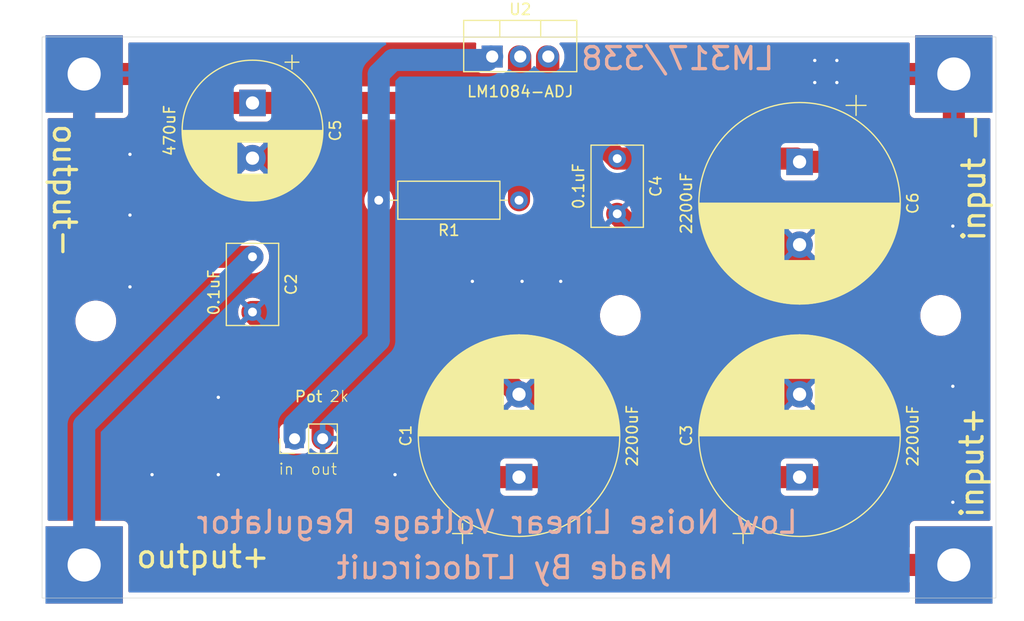
<source format=kicad_pcb>
(kicad_pcb (version 20240108) (generator "pcbnew") (generator_version "8.0")
  (layers (0 "F.Cu" signal) (31 "B.Cu" signal) (34 "B.Paste" user) (35 "F.Paste" user) (36 "B.SilkS" user "B.Silkscreen") (37 "F.SilkS" user "F.Silkscreen") (38 "B.Mask" user) (39 "F.Mask" user) (44 "Edge.Cuts" user))
  (net 0 "")
  (net 1 "DC+")
  (net 2 "out+")
  (net 3 "DC-")
  (net 4 "in pot")
  (footprint "" (layer "F.Cu") (at 179.59389 126.67611)
    (property "Reference" "" (at 0 0 0) (layer "F.SilkS") (effects (font (size 1.27 1.27))))
    (property "Value" "")
    (pad "1" thru_hole rect (at 0 0) (size 7 7) (drill 3) (layers "*.Cu" "*.Mask") (net 1 "DC+"))
  )
  (footprint "Capacitor_THT:C_Rect_L7.2mm_W4.5mm_P5.00mm_FKS2_FKP2_MKS2_MKP2" (layer "F.Cu") (at 116.09389 98.77611 -90)
    (property "Reference" "C2" (at 2.5 -3.5 90) (layer "F.SilkS"))
    (property "Value" "0.1uF" (at 3.22389 3.5 90) (layer "F.SilkS"))
    (pad "1" thru_hole circle (at 0 0 270) (size 1.6 1.6) (drill 0.8) (layers "*.Cu" "*.Mask") (net 2 "out+"))
    (pad "2" thru_hole circle (at 5 0 270) (size 1.6 1.6) (drill 0.8) (layers "*.Cu" "*.Mask") (net 3 "DC-"))
  )
  (footprint "Connector_Wire:SolderWire-0.1sqmm_1x01_D0.4mm_OD1mm" (layer "F.Cu") (at 179.59389 82.22611)
    (property "Reference" "input -" (at 1.81 9.36 90) (layer "F.SilkS") (effects (font (size 2 2) (thickness 0.3))))
    (property "Value" "SolderWire-0.1sqmm_1x01_D0.4mm_OD1mm" (hide yes))
    (pad "1" thru_hole rect (at 0 0) (size 7 7) (drill 3) (layers "*.Cu" "*.Mask") (net 3 "DC-"))
  )
  (footprint "MountingHole:MountingHole_3.2mm_M3_DIN965" (layer "F.Cu") (at 149.40389 104.08611)
    (property "Reference" "REF**" (hide yes))
    (property "Value" "MountingHole_3.2mm_M3_DIN965" (hide yes))
    (pad "" np_thru_hole circle (at 0 0) (size 3.2 3.2) (drill 3.2) (layers "F&B.Cu" "*.Mask"))
  )
  (footprint "" (layer "F.Cu") (at 100.85389 126.67611)
    (property "Reference" "" (at 0 0 0) (layer "F.SilkS") (effects (font (size 1.27 1.27))))
    (property "Value" "")
    (pad "1" thru_hole rect (at 0 0) (size 7 7) (drill 3) (layers "*.Cu" "*.Mask") (net 2 "out+"))
  )
  (footprint "Capacitor_THT:C_Rect_L7.2mm_W4.5mm_P5.00mm_FKS2_FKP2_MKS2_MKP2" (layer "F.Cu") (at 149.11389 89.88611 -90)
    (property "Reference" "C4" (at 2.5 -3.5 90) (layer "F.SilkS"))
    (property "Value" "0.1uF" (at 2.5 3.5 90) (layer "F.SilkS"))
    (pad "1" thru_hole circle (at 0 0 270) (size 1.6 1.6) (drill 0.8) (layers "*.Cu" "*.Mask") (net 1 "DC+"))
    (pad "2" thru_hole circle (at 5 0 270) (size 1.6 1.6) (drill 0.8) (layers "*.Cu" "*.Mask") (net 3 "DC-"))
  )
  (footprint "Package_TO_SOT_THT:TO-220-3_Vertical" (layer "F.Cu") (at 137.795 80.645)
    (property "Reference" "U2" (at 2.54 -4.27 0) (layer "F.SilkS"))
    (property "Value" "LM1084-ADJ" (at 2.54 3.175 0) (layer "F.SilkS"))
    (pad "1" thru_hole rect (at 0 0) (size 1.905 2) (drill 1.1) (layers "*.Cu" "*.Mask") (net 4 "in pot"))
    (pad "2" thru_hole oval (at 2.54 0) (size 1.905 2) (drill 1.1) (layers "*.Cu" "*.Mask") (net 2 "out+"))
    (pad "3" thru_hole oval (at 5.08 0) (size 1.905 2) (drill 1.1) (layers "*.Cu" "*.Mask") (net 1 "DC+"))
  )
  (footprint "MountingHole:MountingHole_3.2mm_M3_DIN965" (layer "F.Cu") (at 101.90389 104.58611)
    (property "Reference" "REF**" (hide yes))
    (property "Value" "MountingHole_3.2mm_M3_DIN965" (hide yes))
    (pad "" np_thru_hole circle (at 0 0) (size 3.2 3.2) (drill 3.2) (layers "F&B.Cu" "*.Mask"))
  )
  (footprint "Capacitor_THT:CP_Radial_D18.0mm_P7.50mm" (layer "F.Cu") (at 165.62389 118.72389 90)
    (property "Reference" "C3" (at 3.75 -10.25 90) (layer "F.SilkS"))
    (property "Value" "2200uF" (at 3.75 10.25 90) (layer "F.SilkS"))
    (pad "1" thru_hole rect (at 0 0 90) (size 2.4 2.4) (drill 1.2) (layers "*.Cu" "*.Mask") (net 1 "DC+"))
    (pad "2" thru_hole circle (at 7.5 0 90) (size 2.4 2.4) (drill 1.2) (layers "*.Cu" "*.Mask") (net 3 "DC-"))
  )
  (footprint "" (layer "F.Cu") (at 100.85389 82.22611)
    (property "Reference" "" (at 0 0 0) (layer "F.SilkS") (effects (font (size 1.27 1.27))))
    (property "Value" "")
    (pad "1" thru_hole rect (at 0 0) (size 7 7) (drill 3) (layers "*.Cu" "*.Mask") (net 3 "DC-"))
  )
  (footprint "MountingHole:MountingHole_3.2mm_M3_DIN965" (layer "F.Cu") (at 178.40389 104.08611)
    (property "Reference" "REF**" (hide yes))
    (property "Value" "MountingHole_3.2mm_M3_DIN965" (hide yes))
    (pad "" np_thru_hole circle (at 0 0) (size 3.2 3.2) (drill 3.2) (layers "*.Cu" "*.Mask"))
  )
  (footprint "Resistor_THT:R_Axial_DIN0309_L9.0mm_D3.2mm_P12.70mm_Horizontal" (layer "F.Cu") (at 140.22389 93.65611 180)
    (property "Reference" "R1" (at 6.35 -2.72 0) (layer "F.SilkS"))
    (property "Value" "r=\"\"")
    (pad "1" thru_hole circle (at 0 0 180) (size 1.6 1.6) (drill 0.8) (layers "*.Cu" "*.Mask") (net 2 "out+"))
    (pad "2" thru_hole oval (at 12.7 0 180) (size 1.6 1.6) (drill 0.8) (layers "*.Cu" "*.Mask") (net 4 "in pot"))
  )
  (footprint "Connector_PinHeader_2.54mm:PinHeader_1x02_P2.54mm_Vertical" (layer "F.Cu") (at 119.90389 115.24611 90)
    (property "Reference" "Pot" (at 3.81 1.27 180) (layer "F.SilkS"))
    (property "Value" "PinHeader_1x02_P2.54mm_Vertical" (hide yes))
    (pad "1" thru_hole rect (at 0 0 90) (size 1.7 1.7) (drill 1) (layers "*.Cu" "*.Mask") (net 4 "in pot"))
    (pad "2" thru_hole oval (at 0 2.54 90) (size 1.7 1.7) (drill 1) (layers "*.Cu" "*.Mask") (net 3 "DC-"))
  )
  (footprint "Capacitor_THT:CP_Radial_D12.5mm_P5.00mm" (layer "F.Cu") (at 116.09389 84.84611 -90)
    (property "Reference" "C5" (at 2.5 -7.5 90) (layer "F.SilkS"))
    (property "Value" "470uF" (at 2.5 7.5 90) (layer "F.SilkS"))
    (pad "1" thru_hole rect (at 0 0 270) (size 2.4 2.4) (drill 1.2) (layers "*.Cu" "*.Mask") (net 2 "out+"))
    (pad "2" thru_hole circle (at 5 0 270) (size 2.4 2.4) (drill 1.2) (layers "*.Cu" "*.Mask") (net 3 "DC-"))
  )
  (footprint "Capacitor_THT:CP_Radial_D18.0mm_P7.50mm" (layer "F.Cu") (at 140.22389 118.72389 90)
    (property "Reference" "C1" (at 3.75 -10.25 90) (layer "F.SilkS"))
    (property "Value" "2200uF" (at 3.75 10.25 90) (layer "F.SilkS"))
    (pad "1" thru_hole rect (at 0 0 90) (size 2.4 2.4) (drill 1.2) (layers "*.Cu" "*.Mask") (net 1 "DC+"))
    (pad "2" thru_hole circle (at 7.5 0 90) (size 2.4 2.4) (drill 1.2) (layers "*.Cu" "*.Mask") (net 3 "DC-"))
  )
  (footprint "Capacitor_THT:CP_Radial_D18.0mm_P7.50mm" (layer "F.Cu") (at 165.62389 90.17833 -90)
    (property "Reference" "C6" (at 3.75 -10.25 90) (layer "F.SilkS"))
    (property "Value" "2200uF" (at 3.75 10.25 90) (layer "F.SilkS"))
    (pad "1" thru_hole rect (at 0 0 270) (size 2.4 2.4) (drill 1.2) (layers "*.Cu" "*.Mask") (net 1 "DC+"))
    (pad "2" thru_hole circle (at 7.5 0 270) (size 2.4 2.4) (drill 1.2) (layers "*.Cu" "*.Mask") (net 3 "DC-"))
  )
  (gr_rect (start 97.04389 78.87111) (end 183.40389 129.67111) (stroke (width 0.05)) (fill none) (layer "Edge.Cuts"))
  (gr_text "Low Noise Linear Voltage Regulator\n" (at 165.62389 123.97389 0) (layer "B.SilkS") (effects (font (size 2 2) (thickness 0.3)) (justify left bottom mirror)))
  (gr_text "Made By LTdocircuit" (at 154.40389 128.08611 0) (layer "B.SilkS") (effects (font (size 2 2) (thickness 0.3)) (justify left bottom mirror)))
  (gr_text "LM317/338\n" (at 163.5 82 0) (layer "B.SilkS") (effects (font (size 2 2) (thickness 0.3)) (justify left bottom mirror)))
  (gr_text "in  out\n" (at 118.40389 118.58611 0) (layer "F.SilkS") (effects (font (size 1 1) (thickness 0.1)) (justify left bottom)))
  (gr_text "2k" (at 123 112 0) (layer "F.SilkS") (effects (font (size 1 1) (thickness 0.1)) (justify left bottom)))
  (gr_text "output-\n" (at 97.90389 86.58611 -90) (layer "F.SilkS") (effects (font (size 2 2) (thickness 0.3)) (justify left bottom)))
  (gr_text "input+\n" (at 182.40389 122.58611 90) (layer "F.SilkS") (effects (font (size 2 2) (thickness 0.3)) (justify left bottom)))
  (gr_text "output+\n" (at 105.40389 127.08611 0) (layer "F.SilkS") (effects (font (size 2 2) (thickness 0.3)) (justify left bottom)))
  (segment (start 165.33167 89.88611) (end 165.62389 90.17833) (width 2) (layer "F.Cu") (net 1))
  (segment (start 136.41389 126.67611) (end 179.59389 126.67611) (width 2) (layer "F.Cu") (net 1))
  (segment (start 170.70389 116.51611) (end 168.49611 118.72389) (width 2) (layer "F.Cu") (net 1))
  (segment (start 168.49611 90.17833) (end 170.70389 92.38611) (width 2) (layer "F.Cu") (net 1))
  (segment (start 135.14389 120.32611) (end 135.14389 125.40611) (width 2) (layer "F.Cu") (net 1))
  (segment (start 142.875 80.645) (end 142.875 81.80389) (width 2) (layer "F.Cu") (net 1))
  (segment (start 165.62389 118.72389) (end 140.22389 118.72389) (width 2) (layer "F.Cu") (net 1))
  (segment (start 142.875 81.80389) (end 142.76389 81.915) (width 2) (layer "F.Cu") (net 1))
  (segment (start 170.70389 92.38611) (end 170.70389 116.51611) (width 2) (layer "F.Cu") (net 1))
  (segment (start 165.62389 90.17833) (end 168.49611 90.17833) (width 2) (layer "F.Cu") (net 1))
  (segment (start 142.76389 83.53611) (end 149.11389 89.88611) (width 2) (layer "F.Cu") (net 1))
  (segment (start 149.11389 89.88611) (end 165.33167 89.88611) (width 2) (layer "F.Cu") (net 1))
  (segment (start 136.74611 118.72389) (end 135.14389 120.32611) (width 2) (layer "F.Cu") (net 1))
  (segment (start 140.22389 118.72389) (end 136.74611 118.72389) (width 2) (layer "F.Cu") (net 1))
  (segment (start 142.76389 81.915) (end 142.76389 83.53611) (width 2) (layer "F.Cu") (net 1))
  (segment (start 135.14389 125.40611) (end 136.41389 126.67611) (width 2) (layer "F.Cu") (net 1))
  (segment (start 168.49611 118.72389) (end 165.62389 118.72389) (width 2) (layer "F.Cu") (net 1))
  (segment (start 142.76389 80.63111) (end 142.76389 81.915) (width 2) (layer "F.Cu") (net 1))
  (segment (start 140.22389 82.55) (end 140.22389 87.30611) (width 2) (layer "F.Cu") (net 2))
  (segment (start 137.60389 84.84611) (end 137.68389 84.76611) (width 2) (layer "F.Cu") (net 2))
  (segment (start 140.22389 87.30611) (end 140.22389 93.65611) (width 2) (layer "F.Cu") (net 2))
  (segment (start 111.01389 86.03611) (end 112.20389 84.84611) (width 2) (layer "F.Cu") (net 2))
  (segment (start 116.09389 84.84611) (end 137.60389 84.84611) (width 2) (layer "F.Cu") (net 2))
  (segment (start 137.68389 84.76611) (end 140.22389 87.30611) (width 2) (layer "F.Cu") (net 2))
  (segment (start 112.32389 98.77611) (end 111.01389 97.46611) (width 2) (layer "F.Cu") (net 2))
  (segment (start 140.335 82.43889) (end 140.22389 82.55) (width 2) (layer "F.Cu") (net 2))
  (segment (start 112.20389 84.84611) (end 116.09389 84.84611) (width 2) (layer "F.Cu") (net 2))
  (segment (start 140.335 80.645) (end 140.335 82.43889) (width 2) (layer "F.Cu") (net 2))
  (segment (start 140.22389 80.63111) (end 140.22389 82.55) (width 2) (layer "F.Cu") (net 2))
  (segment (start 116.09389 98.77611) (end 112.32389 98.77611) (width 2) (layer "F.Cu") (net 2))
  (segment (start 111.01389 97.46611) (end 111.01389 86.03611) (width 2) (layer "F.Cu") (net 2))
  (segment (start 100.85389 126.67611) (end 100.85389 114.01611) (width 2) (layer "B.Cu") (net 2))
  (segment (start 100.85389 114.01611) (end 116.09389 98.77611) (width 2) (layer "B.Cu") (net 2))
  (segment (start 119.94389 103.77611) (end 122.44389 101.27611) (width 2) (layer "F.Cu") (net 3))
  (segment (start 140.22389 111.22389) (end 132.77611 103.77611) (width 2) (layer "F.Cu") (net 3))
  (segment (start 116.09389 103.77611) (end 122.44389 110.12611) (width 2) (layer "F.Cu") (net 3))
  (segment (start 121.17389 89.84611) (end 116.09389 89.84611) (width 2) (layer "F.Cu") (net 3))
  (segment (start 165.62389 97.67833) (end 151.90611 97.67833) (width 2) (layer "F.Cu") (net 3))
  (segment (start 122.44389 101.27611) (end 122.44389 91.11611) (width 2) (layer "F.Cu") (net 3))
  (segment (start 173.77389 82.22611) (end 173.5 82.5) (width 2) (layer "F.Cu") (net 3))
  (segment (start 122.44389 91.11611) (end 121.17389 89.84611) (width 2) (layer "F.Cu") (net 3))
  (segment (start 100.85389 82.22611) (end 106.27389 82.22611) (width 2) (layer "F.Cu") (net 3))
  (segment (start 116.09389 103.77611) (end 119.94389 103.77611) (width 2) (layer "F.Cu") (net 3))
  (segment (start 132.77611 103.77611) (end 116.09389 103.77611) (width 2) (layer "F.Cu") (net 3))
  (segment (start 140.22389 111.22389) (end 165.62389 111.22389) (width 2) (layer "F.Cu") (net 3))
  (segment (start 179.59389 87.40611) (end 179.5 87.5) (width 2) (layer "F.Cu") (net 3))
  (segment (start 100.85389 86.85389) (end 101 87) (width 2) (layer "F.Cu") (net 3))
  (segment (start 179.59389 82.22611) (end 179.59389 87.40611) (width 2) (layer "F.Cu") (net 3))
  (segment (start 122.44389 110.12611) (end 122.44389 115.24611) (width 2) (layer "F.Cu") (net 3))
  (segment (start 151.90611 97.67833) (end 149.11389 94.88611) (width 2) (layer "F.Cu") (net 3))
  (segment (start 179.59389 82.22611) (end 173.77389 82.22611) (width 2) (layer "F.Cu") (net 3))
  (segment (start 100.85389 82.22611) (end 100.85389 86.85389) (width 2) (layer "F.Cu") (net 3))
  (segment (start 165.62389 97.67833) (end 165.62389 111.22389) (width 2) (layer "F.Cu") (net 3))
  (segment (start 106.27389 82.22611) (end 106.5 82) (width 2) (layer "F.Cu") (net 3))
  (via (at 179.5 110.5) (size 0.6) (drill 0.3) (layers "F.Cu" "B.Cu") (net 3))
  (via (at 107 118.5) (size 0.6) (drill 0.3) (layers "F.Cu" "B.Cu") (net 3))
  (via (at 169 81) (size 0.6) (drill 0.3) (layers "F.Cu" "B.Cu") (net 3))
  (via (at 105 89.5) (size 0.6) (drill 0.3) (layers "F.Cu" "B.Cu") (net 3))
  (via (at 129 118.5) (size 0.6) (drill 0.3) (layers "F.Cu" "B.Cu") (net 3))
  (via (at 167 83) (size 0.6) (drill 0.3) (layers "F.Cu" "B.Cu") (net 3))
  (via (at 179.5 96) (size 0.6) (drill 0.3) (layers "F.Cu" "B.Cu") (net 3))
  (via (at 140.5 101) (size 0.6) (drill 0.3) (layers "F.Cu" "B.Cu") (net 3))
  (via (at 113 118.5) (size 0.6) (drill 0.3) (layers "F.Cu" "B.Cu") (net 3))
  (via (at 144 101) (size 0.6) (drill 0.3) (layers "F.Cu" "B.Cu") (net 3))
  (via (at 105 95) (size 0.6) (drill 0.3) (layers "F.Cu" "B.Cu") (net 3))
  (via (at 105 101.5) (size 0.6) (drill 0.3) (layers "F.Cu" "B.Cu") (net 3))
  (via (at 113 111.5) (size 0.6) (drill 0.3) (layers "F.Cu" "B.Cu") (net 3))
  (via (at 167 81) (size 0.6) (drill 0.3) (layers "F.Cu" "B.Cu") (net 3))
  (via (at 169 83) (size 0.6) (drill 0.3) (layers "F.Cu" "B.Cu") (net 3))
  (via (at 136 101) (size 0.6) (drill 0.3) (layers "F.Cu" "B.Cu") (net 3))
  (via (at 179.5 121) (size 0.6) (drill 0.3) (layers "F.Cu" "B.Cu") (net 3))
  (segment (start 102.12389 89.84611) (end 104.65389 89.84611) (width 2) (layer "B.Cu") (net 3))
  (segment (start 104.65389 89.84611) (end 105 89.5) (width 2) (layer "B.Cu") (net 3))
  (segment (start 105.34611 89.84611) (end 116.09389 89.84611) (width 2) (layer "B.Cu") (net 3))
  (segment (start 100.85389 88.57611) (end 102.12389 89.84611) (width 2) (layer "B.Cu") (net 3))
  (segment (start 100.85389 82.22611) (end 100.85389 88.57611) (width 2) (layer "B.Cu") (net 3))
  (segment (start 105 89.5) (end 105.34611 89.84611) (width 2) (layer "B.Cu") (net 3))
  (segment (start 137.35889 80.95611) (end 137.68389 80.63111) (width 2) (layer "B.Cu") (net 4))
  (segment (start 128.79389 80.95611) (end 137.35889 80.95611) (width 2) (layer "B.Cu") (net 4))
  (segment (start 127.52389 82.22611) (end 128.79389 80.95611) (width 2) (layer "B.Cu") (net 4))
  (segment (start 119.90389 115.24611) (end 119.90389 113.97611) (width 2) (layer "B.Cu") (net 4))
  (segment (start 127.52389 93.65611) (end 127.52389 82.22611) (width 2) (layer "B.Cu") (net 4))
  (segment (start 137.795 80.645) (end 137.67 80.645) (width 2) (layer "B.Cu") (net 4))
  (segment (start 127.52389 106.35611) (end 127.52389 93.65611) (width 2) (layer "B.Cu") (net 4))
  (segment (start 137.67 80.645) (end 137.35889 80.95611) (width 2) (layer "B.Cu") (net 4))
  (segment (start 119.90389 113.97611) (end 127.52389 106.35611) (width 2) (layer "B.Cu") (net 4))
  (zone (net 3) (net_name "DC-") (layers "F&B.Cu") (connect_pads (clearance 0.5)) (min_thickness 0.25) (fill yes (thermal_gap 0.5) (thermal_bridge_width 0.5))
    (polygon (pts (xy 185.94389 131.75611) (xy 185.94389 75.87611) (xy 93.23389 75.87611) (xy 93.23389 131.75611)))
  )
)
</source>
